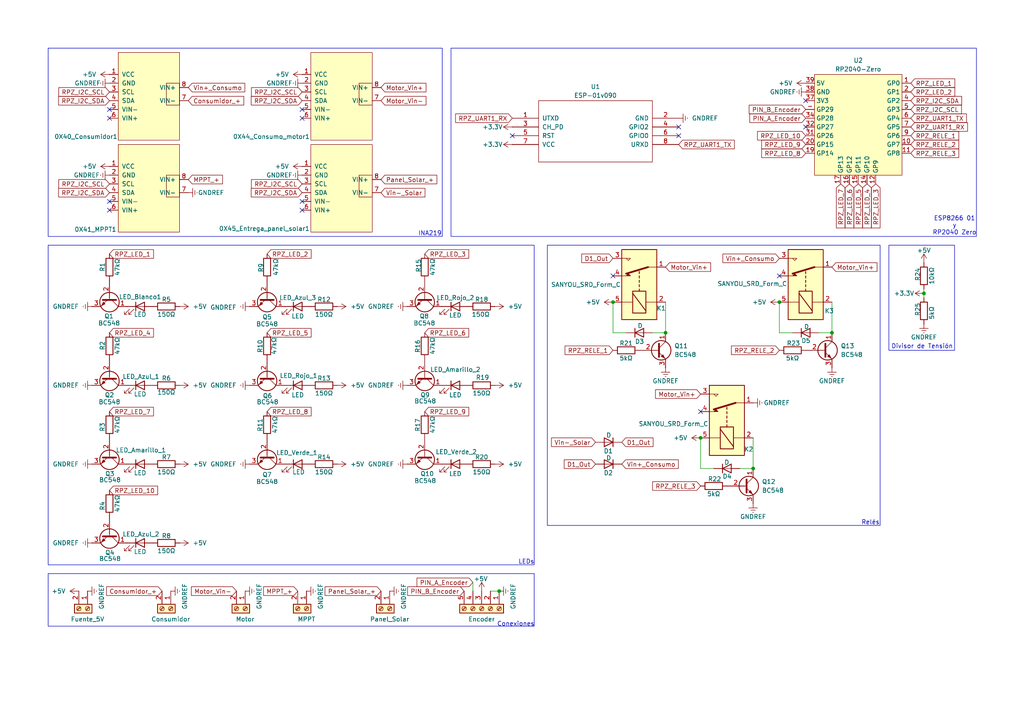
<source format=kicad_sch>
(kicad_sch (version 20231120) (generator "eeschema") (generator_version "8.0")
  (paper "A4")
  (title_block (title "Etapa de Control") (date "28/10/2024") (rev "2") (company "IMPA - Gravicap"))
  (junction (at 241.3 96.52))
  (junction (at 177.8 87.63))
  (junction (at 267.97 85.09))
  (junction (at 193.04 96.52))
  (junction (at 203.2 127))
  (junction (at 226.06 87.63))
  (junction (at 144.78 171.45))
  (junction (at 218.44 135.89))
  (no_connect (at 148.59 39.37))
  (no_connect (at 196.85 39.37))
  (no_connect (at 233.68 36.83))
  (no_connect (at 31.75 58.42))
  (no_connect (at 87.63 60.96))
  (no_connect (at 177.8 80.01))
  (no_connect (at 87.63 58.42))
  (no_connect (at 196.85 36.83))
  (no_connect (at 31.75 34.29))
  (no_connect (at 87.63 34.29))
  (no_connect (at 203.2 119.38))
  (no_connect (at 31.75 31.75))
  (no_connect (at 87.63 31.75))
  (no_connect (at 233.68 29.21))
  (no_connect (at 31.75 60.96))
  (no_connect (at 226.06 80.01))
  (wire (pts (xy 142.24 171.45) (xy 144.78 171.45)))
  (wire (pts (xy 267.97 85.09) (xy 267.97 86.36)))
  (wire (pts (xy 229.87 96.52) (xy 226.06 96.52)))
  (wire (pts (xy 193.04 87.63) (xy 193.04 96.52)))
  (wire (pts (xy 241.3 96.52) (xy 241.3 87.63)))
  (wire (pts (xy 137.16 168.91) (xy 137.16 171.45)))
  (wire (pts (xy 203.2 135.89) (xy 203.2 127)))
  (wire (pts (xy 214.63 135.89) (xy 218.44 135.89)))
  (wire (pts (xy 218.44 135.89) (xy 218.44 127)))
  (wire (pts (xy 181.61 96.52) (xy 177.8 96.52)))
  (wire (pts (xy 177.8 96.52) (xy 177.8 87.63)))
  (wire (pts (xy 226.06 96.52) (xy 226.06 87.63)))
  (wire (pts (xy 267.97 83.82) (xy 267.97 85.09)))
  (wire (pts (xy 207.01 135.89) (xy 203.2 135.89)))
  (wire (pts (xy 189.23 96.52) (xy 193.04 96.52)))
  (wire (pts (xy 237.49 96.52) (xy 241.3 96.52)))
  (rectangle (start 257.81 71.12) (end 276.86 101.6))
  (rectangle (start 158.75 71.12) (end 255.27 152.4))
  (rectangle (start 13.97 13.97) (end 128.27 68.58))
  (rectangle (start 13.97 71.12) (end 154.94 163.83))
  (rectangle (start 13.97 166.37) (end 154.94 181.61))
  (rectangle (start 130.81 13.97) (end 283.21 68.58))
  (text "Relés" (at 252.476 151.638 0) (effects (font (size 1.27 1.27))))
  (text "INA219" (at 124.714 67.818 0) (effects (font (size 1.27 1.27))))
  (text "ESP8266 01\ny\nRP2040 Zero" (at 276.86 65.532 0) (effects (font (size 1.27 1.27))))
  (text "Divisor de Tensión" (at 267.462 100.584 0) (effects (font (size 1.27 1.27))))
  (text "LEDs" (at 152.654 163.068 0) (effects (font (size 1.27 1.27))))
  (text "Conexiones" (at 149.606 181.102 0) (effects (font (size 1.27 1.27))))
  (global_label "RPZ_I2C_SCL" (shape input) (at 31.75 53.34 180) (property "Intersheetrefs" "${INTERSHEET_REFS}" (effects (hide yes))))
  (global_label "RPZ_LED_3" (shape input) (at 254 53.34 270) (property "Intersheetrefs" "${INTERSHEET_REFS}" (effects (hide yes))))
  (global_label "RPZ_LED_3" (shape input) (at 123.19 73.66 0) (property "Intersheetrefs" "${INTERSHEET_REFS}" (effects (hide yes))))
  (global_label "RPZ_RELE_1" (shape input) (at 177.8 101.6 180) (property "Intersheetrefs" "${INTERSHEET_REFS}" (effects (hide yes))))
  (global_label "RPZ_I2C_SDA" (shape input) (at 31.75 29.21 180) (property "Intersheetrefs" "${INTERSHEET_REFS}" (effects (hide yes))))
  (global_label "PIN_B_Encoder" (shape input) (at 233.68 31.75 180) (property "Intersheetrefs" "${INTERSHEET_REFS}" (effects (hide yes))))
  (global_label "RPZ_RELE_2" (shape input) (at 226.06 101.6 180) (property "Intersheetrefs" "${INTERSHEET_REFS}" (effects (hide yes))))
  (global_label "MPPT_+" (shape input) (at 86.36 171.45 180) (property "Intersheetrefs" "${INTERSHEET_REFS}" (effects (hide yes))))
  (global_label "Vin+_Consumo" (shape input) (at 180.34 134.62 0) (property "Intersheetrefs" "${INTERSHEET_REFS}" (effects (hide yes))))
  (global_label "RPZ_LED_9" (shape input) (at 123.19 119.38 0) (property "Intersheetrefs" "${INTERSHEET_REFS}" (effects (hide yes))))
  (global_label "RPZ_I2C_SCL" (shape input) (at 87.63 53.34 180) (property "Intersheetrefs" "${INTERSHEET_REFS}" (effects (hide yes))))
  (global_label "Motor_Vin+" (shape input) (at 203.2 114.3 180) (property "Intersheetrefs" "${INTERSHEET_REFS}" (effects (hide yes))))
  (global_label "Vin+_Consumo" (shape input) (at 54.61 25.4 0) (property "Intersheetrefs" "${INTERSHEET_REFS}" (effects (hide yes))))
  (global_label "Panel_Solar_+" (shape input) (at 110.49 171.45 180) (property "Intersheetrefs" "${INTERSHEET_REFS}" (effects (hide yes))))
  (global_label "RPZ_LED_6" (shape input) (at 246.38 53.34 270) (property "Intersheetrefs" "${INTERSHEET_REFS}" (effects (hide yes))))
  (global_label "RPZ_I2C_SDA" (shape input) (at 87.63 55.88 180) (property "Intersheetrefs" "${INTERSHEET_REFS}" (effects (hide yes))))
  (global_label "RPZ_LED_5" (shape input) (at 77.47 96.52 0) (property "Intersheetrefs" "${INTERSHEET_REFS}" (effects (hide yes))))
  (global_label "RPZ_LED_4" (shape input) (at 31.75 96.52 0) (property "Intersheetrefs" "${INTERSHEET_REFS}" (effects (hide yes))))
  (global_label "RPZ_RELE_3" (shape input) (at 203.2 140.97 180) (property "Intersheetrefs" "${INTERSHEET_REFS}" (effects (hide yes))))
  (global_label "Motor_Vin-" (shape input) (at 110.49 29.21 0) (property "Intersheetrefs" "${INTERSHEET_REFS}" (effects (hide yes))))
  (global_label "RPZ_LED_10" (shape input) (at 31.75 142.24 0) (property "Intersheetrefs" "${INTERSHEET_REFS}" (effects (hide yes))))
  (global_label "RPZ_I2C_SCL" (shape input) (at 264.16 31.75 0) (property "Intersheetrefs" "${INTERSHEET_REFS}" (effects (hide yes))))
  (global_label "RPZ_LED_6" (shape input) (at 123.19 96.52 0) (property "Intersheetrefs" "${INTERSHEET_REFS}" (effects (hide yes))))
  (global_label "Consumidor_+" (shape input) (at 54.61 29.21 0) (property "Intersheetrefs" "${INTERSHEET_REFS}" (effects (hide yes))))
  (global_label "Panel_Solar_+" (shape input) (at 110.49 52.07 0) (property "Intersheetrefs" "${INTERSHEET_REFS}" (effects (hide yes))))
  (global_label "PIN_B_Encoder" (shape input) (at 134.62 171.45 180) (property "Intersheetrefs" "${INTERSHEET_REFS}" (effects (hide yes))))
  (global_label "PIN_A_Encoder" (shape input) (at 233.68 34.29 180) (property "Intersheetrefs" "${INTERSHEET_REFS}" (effects (hide yes))))
  (global_label "RPZ_I2C_SCL" (shape input) (at 87.63 26.67 180) (property "Intersheetrefs" "${INTERSHEET_REFS}" (effects (hide yes))))
  (global_label "RPZ_RELE_3" (shape input) (at 264.16 44.45 0) (property "Intersheetrefs" "${INTERSHEET_REFS}" (effects (hide yes))))
  (global_label "RPZ_LED_10" (shape input) (at 233.68 39.37 180) (property "Intersheetrefs" "${INTERSHEET_REFS}" (effects (hide yes))))
  (global_label "RPZ_UART1_RX" (shape input) (at 264.16 36.83 0) (property "Intersheetrefs" "${INTERSHEET_REFS}" (effects (hide yes))))
  (global_label "RPZ_UART1_TX" (shape input) (at 264.16 34.29 0) (property "Intersheetrefs" "${INTERSHEET_REFS}" (effects (hide yes))))
  (global_label "RPZ_LED_4" (shape input) (at 251.46 53.34 270) (property "Intersheetrefs" "${INTERSHEET_REFS}" (effects (hide yes))))
  (global_label "RPZ_I2C_SDA" (shape input) (at 87.63 29.21 180) (property "Intersheetrefs" "${INTERSHEET_REFS}" (effects (hide yes))))
  (global_label "Motor_Vin-" (shape input) (at 68.58 171.45 180) (property "Intersheetrefs" "${INTERSHEET_REFS}" (effects (hide yes))))
  (global_label "RPZ_LED_5" (shape input) (at 248.92 53.34 270) (property "Intersheetrefs" "${INTERSHEET_REFS}" (effects (hide yes))))
  (global_label "RPZ_LED_7" (shape input) (at 243.84 53.34 270) (property "Intersheetrefs" "${INTERSHEET_REFS}" (effects (hide yes))))
  (global_label "Motor_Vin+" (shape input) (at 241.3 77.47 0) (property "Intersheetrefs" "${INTERSHEET_REFS}" (effects (hide yes))))
  (global_label "Motor_Vin+" (shape input) (at 193.04 77.47 0) (property "Intersheetrefs" "${INTERSHEET_REFS}" (effects (hide yes))))
  (global_label "RPZ_LED_2" (shape input) (at 77.47 73.66 0) (property "Intersheetrefs" "${INTERSHEET_REFS}" (effects (hide yes))))
  (global_label "RPZ_UART1_TX" (shape input) (at 196.85 41.91 0) (property "Intersheetrefs" "${INTERSHEET_REFS}" (effects (hide yes))))
  (global_label "RPZ_I2C_SDA" (shape input) (at 264.16 29.21 0) (property "Intersheetrefs" "${INTERSHEET_REFS}" (effects (hide yes))))
  (global_label "D1_Out" (shape input) (at 172.72 134.62 180) (property "Intersheetrefs" "${INTERSHEET_REFS}" (effects (hide yes))))
  (global_label "MPPT_+" (shape input) (at 54.61 52.07 0) (property "Intersheetrefs" "${INTERSHEET_REFS}" (effects (hide yes))))
  (global_label "RPZ_LED_8" (shape input) (at 233.68 44.45 180) (property "Intersheetrefs" "${INTERSHEET_REFS}" (effects (hide yes))))
  (global_label "Consumidor_+" (shape input) (at 46.99 171.45 180) (property "Intersheetrefs" "${INTERSHEET_REFS}" (effects (hide yes))))
  (global_label "RPZ_UART1_RX" (shape input) (at 148.59 34.29 180) (property "Intersheetrefs" "${INTERSHEET_REFS}" (effects (hide yes))))
  (global_label "RPZ_LED_8" (shape input) (at 77.47 119.38 0) (property "Intersheetrefs" "${INTERSHEET_REFS}" (effects (hide yes))))
  (global_label "PIN_A_Encoder" (shape input) (at 137.16 168.91 180) (property "Intersheetrefs" "${INTERSHEET_REFS}" (effects (hide yes))))
  (global_label "RPZ_LED_7" (shape input) (at 31.75 119.38 0) (property "Intersheetrefs" "${INTERSHEET_REFS}" (effects (hide yes))))
  (global_label "RPZ_RELE_2" (shape input) (at 264.16 41.91 0) (property "Intersheetrefs" "${INTERSHEET_REFS}" (effects (hide yes))))
  (global_label "Vin-_Solar" (shape input) (at 110.49 55.88 0) (property "Intersheetrefs" "${INTERSHEET_REFS}" (effects (hide yes))))
  (global_label "RPZ_RELE_1" (shape input) (at 264.16 39.37 0) (property "Intersheetrefs" "${INTERSHEET_REFS}" (effects (hide yes))))
  (global_label "RPZ_LED_1" (shape input) (at 31.75 73.66 0) (property "Intersheetrefs" "${INTERSHEET_REFS}" (effects (hide yes))))
  (global_label "RPZ_LED_1" (shape input) (at 264.16 24.13 0) (property "Intersheetrefs" "${INTERSHEET_REFS}" (effects (hide yes))))
  (global_label "Vin-_Solar" (shape input) (at 172.72 128.27 180) (property "Intersheetrefs" "${INTERSHEET_REFS}" (effects (hide yes))))
  (global_label "Motor_Vin+" (shape input) (at 110.49 25.4 0) (property "Intersheetrefs" "${INTERSHEET_REFS}" (effects (hide yes))))
  (global_label "D1_Out" (shape input) (at 177.8 74.93 180) (property "Intersheetrefs" "${INTERSHEET_REFS}" (effects (hide yes))))
  (global_label "D1_Out" (shape input) (at 180.34 128.27 0) (property "Intersheetrefs" "${INTERSHEET_REFS}" (effects (hide yes))))
  (global_label "Vin+_Consumo" (shape input) (at 226.06 74.93 180) (property "Intersheetrefs" "${INTERSHEET_REFS}" (effects (hide yes))))
  (global_label "RPZ_I2C_SCL" (shape input) (at 31.75 26.67 180) (property "Intersheetrefs" "${INTERSHEET_REFS}" (effects (hide yes))))
  (global_label "RPZ_LED_9" (shape input) (at 233.68 41.91 180) (property "Intersheetrefs" "${INTERSHEET_REFS}" (effects (hide yes))))
  (global_label "RPZ_I2C_SDA" (shape input) (at 31.75 55.88 180) (property "Intersheetrefs" "${INTERSHEET_REFS}" (effects (hide yes))))
  (global_label "RPZ_LED_2" (shape input) (at 264.16 26.67 0) (property "Intersheetrefs" "${INTERSHEET_REFS}" (effects (hide yes))))
  (symbol (lib_id "Device:R") (at 139.7 111.76 270) (unit 1)
    (property "Reference" "R19" (at 139.954 109.474 90))
    (property "Value" "150Ω" (at 139.7 114.046 90))
    (property "Footprint" "Resistor_THT:R_Axial_DIN0204_L3.6mm_D1.6mm_P7.62mm_Horizontal" (effects (hide yes)))
    (property "Description" "Resistor" (effects (hide yes)))
  )
  (symbol (lib_id "Device:R") (at 93.98 134.62 270) (unit 1)
    (property "Reference" "R14" (at 93.98 132.588 90))
    (property "Value" "150Ω" (at 93.98 136.906 90))
    (property "Footprint" "Resistor_THT:R_Axial_DIN0204_L3.6mm_D1.6mm_P7.62mm_Horizontal" (effects (hide yes)))
    (property "Description" "Resistor" (effects (hide yes)))
  )
  (symbol (lib_id "Device:R") (at 31.75 146.05 180) (unit 1)
    (property "Reference" "R4" (at 29.718 148.082 90) (effects (justify right)))
    (property "Value" "47kΩ" (at 34.036 148.59 90) (effects (justify right)))
    (property "Footprint" "Resistor_THT:R_Axial_DIN0204_L3.6mm_D1.6mm_P7.62mm_Horizontal" (effects (hide yes)))
    (property "Description" "Resistor" (effects (hide yes)))
  )
  (symbol (lib_id "Device:R") (at 267.97 90.17 180) (unit 1)
    (property "Reference" "R25" (at 266.192 91.694 90) (effects (justify right)))
    (property "Value" "5kΩ" (at 270.256 92.71 90) (effects (justify right)))
    (property "Footprint" "Resistor_THT:R_Axial_DIN0204_L3.6mm_D1.6mm_P7.62mm_Horizontal" (effects (hide yes)))
    (property "Description" "Resistor" (effects (hide yes)))
  )
  (symbol (lib_id "Transistor_BJT:BC548") (at 190.5 101.6 0) (unit 1)
    (property "Reference" "Q11" (at 195.58 100.3299 0) (effects (justify left)))
    (property "Value" "BC548" (at 195.58 102.8699 0) (effects (justify left)))
    (property "Footprint" "Package_TO_SOT_THT:TO-92_Inline" (effects (hide yes)))
    (property "Datasheet" "https://www.onsemi.com/pub/Collateral/BC550-D.pdf" (effects (hide yes)))
    (property "Description" "0.1A Ic, 30V Vce, Small Signal NPN Transistor, TO-92" (effects (hide yes)))
  )
  (symbol (lib_id "power:+5V") (at 203.2 127 90) (unit 1)
    (property "Reference" "#PWR043" (effects (hide yes)))
    (property "Value" "+5V" (at 199.39 126.9999 90) (effects (justify left)))
    (property "Description" "Power symbol creates a global label with name \"+5V\"" (effects (hide yes)))
  )
  (symbol (lib_id "power:+5V") (at 143.51 111.76 270) (unit 1)
    (property "Reference" "#PWR035" (effects (hide yes)))
    (property "Value" "+5V" (at 147.32 111.7599 90) (effects (justify left)))
    (property "Description" "Power symbol creates a global label with name \"+5V\"" (effects (hide yes)))
  )
  (symbol (lib_id "power:GNDREF") (at 233.68 26.67 270) (unit 1)
    (property "Reference" "#PWR048" (effects (hide yes)))
    (property "Value" "GNDREF" (at 227.076 26.67 90))
    (property "Description" "Power symbol creates a global label with name \"GNDREF\" , reference supply ground" (effects (hide yes)))
  )
  (symbol (lib_id "power:GNDREF") (at 118.11 111.76 270) (unit 1)
    (property "Reference" "#PWR031" (effects (hide yes)))
    (property "Value" "GNDREF" (at 114.3 111.7599 90) (effects (justify right)))
    (property "Description" "Power symbol creates a global label with name \"GNDREF\" , reference supply ground" (effects (hide yes)))
  )
  (symbol (lib_id "Connector:Screw_Terminal_01x05") (at 139.7 176.53 270) (unit 1)
    (property "Reference" "Encoder" (at 139.7 179.59 90))
    (property "Value" "Screw_Terminal_01x05" (effects (hide yes)))
    (property "Footprint" "TerminalBlock:TerminalBlock_bornier-5_P5.08mm" (effects (hide yes)))
    (property "Description" "Generic screw terminal, single row, 01x05, script generated (kicad-library-utils/schlib/autogen/connector/)" (effects (hide yes)))
  )
  (symbol (lib_id "power:GNDREF") (at 144.78 171.45 90) (unit 1)
    (property "Reference" "#PWR037" (effects (hide yes)))
    (property "Value" "GNDREF" (at 148.844 172.974 0))
    (property "Description" "Power symbol creates a global label with name \"GNDREF\" , reference supply ground" (effects (hide yes)))
  )
  (symbol (lib_name "module_ina219_2") (lib_id "usini_sensors:module_ina219") (at 87.63 26.67 0) (unit 1)
    (property "Reference" "0X44_Consumo_motor1" (at 67.564 39.624 0) (effects (justify left)))
    (property "Value" "module_ina219" (effects (hide yes)))
    (property "Footprint" "RP2040-Zero:module_ina219" (effects (hide yes)))
  )
  (symbol (lib_id "Device:R") (at 77.47 123.19 180) (unit 1)
    (property "Reference" "R11" (at 75.438 125.222 90) (effects (justify right)))
    (property "Value" "47kΩ" (at 79.756 125.73 90) (effects (justify right)))
    (property "Footprint" "Resistor_THT:R_Axial_DIN0204_L3.6mm_D1.6mm_P7.62mm_Horizontal" (effects (hide yes)))
    (property "Description" "Resistor" (effects (hide yes)))
  )
  (symbol (lib_id "Device:R") (at 48.26 157.48 270) (unit 1)
    (property "Reference" "R8" (at 48.26 155.448 90))
    (property "Value" "150Ω" (at 48.26 159.766 90))
    (property "Footprint" "Resistor_THT:R_Axial_DIN0204_L3.6mm_D1.6mm_P7.62mm_Horizontal" (effects (hide yes)))
    (property "Description" "Resistor" (effects (hide yes)))
  )
  (symbol (lib_id "power:GNDREF") (at 54.61 55.88 90) (unit 1)
    (property "Reference" "#PWR016" (effects (hide yes)))
    (property "Value" "GNDREF" (at 61.214 55.88 90))
    (property "Description" "Power symbol creates a global label with name \"GNDREF\" , reference supply ground" (effects (hide yes)))
  )
  (symbol (lib_id "power:+3.3V") (at 148.59 41.91 90) (unit 1)
    (property "Reference" "#PWR039" (effects (hide yes)))
    (property "Value" "+3.3V" (at 145.796 41.91 90) (effects (justify left)))
    (property "Description" "Power symbol creates a global label with name \"+3.3V\"" (effects (hide yes)))
  )
  (symbol (lib_id "power:GNDREF") (at 118.11 134.62 270) (unit 1)
    (property "Reference" "#PWR032" (effects (hide yes)))
    (property "Value" "GNDREF" (at 114.3 134.6199 90) (effects (justify right)))
    (property "Description" "Power symbol creates a global label with name \"GNDREF\" , reference supply ground" (effects (hide yes)))
  )
  (symbol (lib_id "Device:D") (at 176.53 134.62 180) (unit 1)
    (property "Reference" "D2" (at 177.8001 137.16 0) (effects (justify left)))
    (property "Value" "D" (at 177.292 132.842 0) (effects (justify left)))
    (property "Footprint" "Diode_THT:D_5W_P10.16mm_Horizontal" (effects (hide yes)))
    (property "Description" "Diode" (effects (hide yes)))
    (property "Sim.Device" "D" (effects (hide yes)))
    (property "Sim.Pins" "1=K 2=A" (effects (hide yes)))
  )
  (symbol (lib_id "ESP8266:ESP-01v090") (at 172.72 38.1 0) (unit 1)
    (property "Reference" "U1" (at 172.72 25.146 0))
    (property "Value" "ESP-01v090" (at 172.72 27.686 0))
    (property "Footprint" "RP2040-Zero:ESP-01" (effects (hide yes)))
    (property "Datasheet" "http://l0l.org.uk/2014/12/esp8266-modules-hardware-guide-gotta-catch-em-all/" (effects (hide yes)))
    (property "Description" "ESP8266 ESP-01 module, v090" (effects (hide yes)))
  )
  (symbol (lib_id "Relay:SANYOU_SRD_Form_C") (at 185.42 82.55 90) (unit 1)
    (property "Reference" "K1" (at 191.77 89.408 90))
    (property "Value" "SANYOU_SRD_Form_C" (at 169.926 82.55 90))
    (property "Footprint" "Relay_THT:Relay_SPDT_SANYOU_SRD_Series_Form_C" (effects (hide yes)))
    (property "Datasheet" "http://www.sanyourelay.ca/public/products/pdf/SRD.pdf" (effects (hide yes)))
    (property "Description" "Sanyo SRD relay, Single Pole Miniature Power Relay," (effects (hide yes)))
  )
  (symbol (lib_id "Device:LED") (at 132.08 88.9 0) (unit 1)
    (property "Reference" "LED_Rojo_2" (at 132.08 86.36 0))
    (property "Value" "LED" (at 132.08 91.44 0))
    (property "Footprint" "LED_THT:LED_D3.0mm" (effects (hide yes)))
    (property "Description" "Light emitting diode" (effects (hide yes)))
  )
  (symbol (lib_id "Device:R") (at 123.19 77.47 180) (unit 1)
    (property "Reference" "R15" (at 121.412 78.994 90) (effects (justify right)))
    (property "Value" "47kΩ" (at 125.476 80.01 90) (effects (justify right)))
    (property "Footprint" "Resistor_THT:R_Axial_DIN0204_L3.6mm_D1.6mm_P7.62mm_Horizontal" (effects (hide yes)))
    (property "Description" "Resistor" (effects (hide yes)))
  )
  (symbol (lib_id "power:GNDREF") (at 49.53 171.45 90) (unit 1)
    (property "Reference" "#PWR011" (effects (hide yes)))
    (property "Value" "GNDREF" (at 53.594 172.974 0))
    (property "Description" "Power symbol creates a global label with name \"GNDREF\" , reference supply ground" (effects (hide yes)))
  )
  (symbol (lib_id "power:+5V") (at 31.75 48.26 90) (unit 1)
    (property "Reference" "#PWR09" (effects (hide yes)))
    (property "Value" "+5V" (at 27.94 48.2599 90) (effects (justify left)))
    (property "Description" "Power symbol creates a global label with name \"+5V\"" (effects (hide yes)))
  )
  (symbol (lib_id "Connector:Screw_Terminal_01x02") (at 88.9 176.53 270) (unit 1)
    (property "Reference" "MPPT" (at 88.9 179.59 90))
    (property "Value" "Screw_Terminal_01x02" (effects (hide yes)))
    (property "Footprint" "TerminalBlock:TerminalBlock_bornier-2_P5.08mm" (effects (hide yes)))
    (property "Description" "Generic screw terminal, single row, 01x02, script generated (kicad-library-utils/schlib/autogen/connector/)" (effects (hide yes)))
  )
  (symbol (lib_id "Transistor_BJT:BC548") (at 77.47 109.22 270) (unit 1)
    (property "Reference" "Q6" (at 76.2 114.808 90) (effects (justify left)))
    (property "Value" "BC548" (at 74.422 116.586 90) (effects (justify left)))
    (property "Footprint" "Package_TO_SOT_THT:TO-92_Inline" (effects (hide yes)))
    (property "Datasheet" "https://www.onsemi.com/pub/Collateral/BC550-D.pdf" (effects (hide yes)))
    (property "Description" "0.1A Ic, 30V Vce, Small Signal NPN Transistor, TO-92" (effects (hide yes)))
  )
  (symbol (lib_id "power:GNDREF") (at 218.44 146.05 0) (unit 1)
    (property "Reference" "#PWR045" (effects (hide yes)))
    (property "Value" "GNDREF" (at 218.44 149.86 0))
    (property "Description" "Power symbol creates a global label with name \"GNDREF\" , reference supply ground" (effects (hide yes)))
  )
  (symbol (lib_id "power:+5V") (at 139.7 171.45 0) (unit 1)
    (property "Reference" "#PWR033" (effects (hide yes)))
    (property "Value" "+5V" (at 139.446 167.894 0))
    (property "Description" "Power symbol creates a global label with name \"+5V\"" (effects (hide yes)))
  )
  (symbol (lib_name "module_ina219_3") (lib_id "usini_sensors:module_ina219") (at 31.75 26.67 0) (unit 1)
    (property "Reference" "0X40_Consumidor1" (at 15.748 39.624 0) (effects (justify left)))
    (property "Value" "module_ina219" (effects (hide yes)))
    (property "Footprint" "RP2040-Zero:module_ina219" (effects (hide yes)))
  )
  (symbol (lib_id "Device:D") (at 210.82 135.89 0) (unit 1)
    (property "Reference" "D4" (at 209.55 138.176 0) (effects (justify left)))
    (property "Value" "D" (at 210.058 134.112 0) (effects (justify left)))
    (property "Footprint" "Diode_THT:D_5W_P10.16mm_Horizontal" (effects (hide yes)))
    (property "Description" "Diode" (effects (hide yes)))
    (property "Sim.Device" "D" (effects (hide yes)))
    (property "Sim.Pins" "1=K 2=A" (effects (hide yes)))
  )
  (symbol (lib_id "Device:LED") (at 132.08 134.62 0) (unit 1)
    (property "Reference" "LED_Verde_2" (at 132.334 131.064 0))
    (property "Value" "LED" (at 132.08 137.414 0))
    (property "Footprint" "LED_THT:LED_D3.0mm" (effects (hide yes)))
    (property "Description" "Light emitting diode" (effects (hide yes)))
  )
  (symbol (lib_id "power:+5V") (at 52.07 157.48 270) (unit 1)
    (property "Reference" "#PWR015" (effects (hide yes)))
    (property "Value" "+5V" (at 55.88 157.4799 90) (effects (justify left)))
    (property "Description" "Power symbol creates a global label with name \"+5V\"" (effects (hide yes)))
  )
  (symbol (lib_id "Device:R") (at 267.97 80.01 180) (unit 1)
    (property "Reference" "R24" (at 266.192 81.534 90) (effects (justify right)))
    (property "Value" "10kΩ" (at 270.256 82.55 90) (effects (justify right)))
    (property "Footprint" "Resistor_THT:R_Axial_DIN0204_L3.6mm_D1.6mm_P7.62mm_Horizontal" (effects (hide yes)))
    (property "Description" "Resistor" (effects (hide yes)))
  )
  (symbol (lib_id "power:+5V") (at 226.06 87.63 90) (unit 1)
    (property "Reference" "#PWR046" (effects (hide yes)))
    (property "Value" "+5V" (at 222.25 87.6299 90) (effects (justify left)))
    (property "Description" "Power symbol creates a global label with name \"+5V\"" (effects (hide yes)))
  )
  (symbol (lib_id "Connector:Screw_Terminal_01x02") (at 71.12 176.53 270) (unit 1)
    (property "Reference" "Motor" (at 71.12 179.59 90))
    (property "Value" "Screw_Terminal_01x02" (effects (hide yes)))
    (property "Footprint" "TerminalBlock:TerminalBlock_bornier-2_P5.08mm" (effects (hide yes)))
    (property "Description" "Generic screw terminal, single row, 01x02, script generated (kicad-library-utils/schlib/autogen/connector/)" (effects (hide yes)))
  )
  (symbol (lib_id "Device:R") (at 181.61 101.6 270) (unit 1)
    (property "Reference" "R21" (at 181.61 99.568 90))
    (property "Value" "5kΩ" (at 181.61 103.886 90))
    (property "Footprint" "Resistor_THT:R_Axial_DIN0204_L3.6mm_D1.6mm_P7.62mm_Horizontal" (effects (hide yes)))
    (property "Description" "Resistor" (effects (hide yes)))
  )
  (symbol (lib_id "Transistor_BJT:BC548") (at 123.19 132.08 270) (unit 1)
    (property "Reference" "Q10" (at 121.92 137.414 90) (effects (justify left)))
    (property "Value" "BC548" (at 120.142 139.446 90) (effects (justify left)))
    (property "Footprint" "Package_TO_SOT_THT:TO-92_Inline" (effects (hide yes)))
    (property "Datasheet" "https://www.onsemi.com/pub/Collateral/BC550-D.pdf" (effects (hide yes)))
    (property "Description" "0.1A Ic, 30V Vce, Small Signal NPN Transistor, TO-92" (effects (hide yes)))
  )
  (symbol (lib_id "Transistor_BJT:BC548") (at 123.19 86.36 270) (unit 1)
    (property "Reference" "Q8" (at 121.666 91.694 90) (effects (justify left)))
    (property "Value" "BC548" (at 119.888 93.726 90) (effects (justify left)))
    (property "Footprint" "Package_TO_SOT_THT:TO-92_Inline" (effects (hide yes)))
    (property "Datasheet" "https://www.onsemi.com/pub/Collateral/BC550-D.pdf" (effects (hide yes)))
    (property "Description" "0.1A Ic, 30V Vce, Small Signal NPN Transistor, TO-92" (effects (hide yes)))
  )
  (symbol (lib_id "power:GNDREF") (at 25.4 171.45 90) (unit 1)
    (property "Reference" "#PWR02" (effects (hide yes)))
    (property "Value" "GNDREF" (at 29.464 172.974 0))
    (property "Description" "Power symbol creates a global label with name \"GNDREF\" , reference supply ground" (effects (hide yes)))
  )
  (symbol (lib_id "Transistor_BJT:BC548") (at 31.75 132.08 270) (unit 1)
    (property "Reference" "Q3" (at 30.48 137.414 90) (effects (justify left)))
    (property "Value" "BC548" (at 28.702 139.192 90) (effects (justify left)))
    (property "Footprint" "Package_TO_SOT_THT:TO-92_Inline" (effects (hide yes)))
    (property "Datasheet" "https://www.onsemi.com/pub/Collateral/BC550-D.pdf" (effects (hide yes)))
    (property "Description" "0.1A Ic, 30V Vce, Small Signal NPN Transistor, TO-92" (effects (hide yes)))
  )
  (symbol (lib_id "power:+5V") (at 31.75 21.59 90) (unit 1)
    (property "Reference" "#PWR07" (effects (hide yes)))
    (property "Value" "+5V" (at 27.94 21.5899 90) (effects (justify left)))
    (property "Description" "Power symbol creates a global label with name \"+5V\"" (effects (hide yes)))
  )
  (symbol (lib_id "Transistor_BJT:BC548") (at 31.75 86.36 270) (unit 1)
    (property "Reference" "Q1" (at 30.226 91.694 90) (effects (justify left)))
    (property "Value" "BC548" (at 28.448 93.726 90) (effects (justify left)))
    (property "Footprint" "Package_TO_SOT_THT:TO-92_Inline" (effects (hide yes)))
    (property "Datasheet" "https://www.onsemi.com/pub/Collateral/BC550-D.pdf" (effects (hide yes)))
    (property "Description" "0.1A Ic, 30V Vce, Small Signal NPN Transistor, TO-92" (effects (hide yes)))
  )
  (symbol (lib_name "module_ina219_1") (lib_id "usini_sensors:module_ina219") (at 87.63 53.34 0) (unit 1)
    (property "Reference" "0X45_Entrega_panel_solar1" (at 63.5 66.294 0) (effects (justify left)))
    (property "Value" "module_ina219" (effects (hide yes)))
    (property "Footprint" "RP2040-Zero:module_ina219" (effects (hide yes)))
  )
  (symbol (lib_id "power:GNDREF") (at 88.9 171.45 90) (unit 1)
    (property "Reference" "#PWR025" (effects (hide yes)))
    (property "Value" "GNDREF" (at 92.964 172.974 0))
    (property "Description" "Power symbol creates a global label with name \"GNDREF\" , reference supply ground" (effects (hide yes)))
  )
  (symbol (lib_id "power:GNDREF") (at 72.39 111.76 270) (unit 1)
    (property "Reference" "#PWR019" (effects (hide yes)))
    (property "Value" "GNDREF" (at 68.58 111.7599 90) (effects (justify right)))
    (property "Description" "Power symbol creates a global label with name \"GNDREF\" , reference supply ground" (effects (hide yes)))
  )
  (symbol (lib_id "power:+5V") (at 267.97 76.2 0) (unit 1)
    (property "Reference" "#PWR050" (effects (hide yes)))
    (property "Value" "+5V" (at 267.97 72.644 0))
    (property "Description" "Power symbol creates a global label with name \"+5V\"" (effects (hide yes)))
  )
  (symbol (lib_id "power:+5V") (at 52.07 134.62 270) (unit 1)
    (property "Reference" "#PWR014" (effects (hide yes)))
    (property "Value" "+5V" (at 55.88 134.6199 90) (effects (justify left)))
    (property "Description" "Power symbol creates a global label with name \"+5V\"" (effects (hide yes)))
  )
  (symbol (lib_id "power:+5V") (at 87.63 21.59 90) (unit 1)
    (property "Reference" "#PWR021" (effects (hide yes)))
    (property "Value" "+5V" (at 83.82 21.5899 90) (effects (justify left)))
    (property "Description" "Power symbol creates a global label with name \"+5V\"" (effects (hide yes)))
  )
  (symbol (lib_id "power:GNDREF") (at 193.04 106.68 0) (unit 1)
    (property "Reference" "#PWR041" (effects (hide yes)))
    (property "Value" "GNDREF" (at 193.04 110.49 0))
    (property "Description" "Power symbol creates a global label with name \"GNDREF\" , reference supply ground" (effects (hide yes)))
  )
  (symbol (lib_id "power:GNDREF") (at 196.85 34.29 90) (unit 1)
    (property "Reference" "#PWR042" (effects (hide yes)))
    (property "Value" "GNDREF" (at 200.66 34.2899 90) (effects (justify right)))
    (property "Description" "Power symbol creates a global label with name \"GNDREF\" , reference supply ground" (effects (hide yes)))
  )
  (symbol (lib_id "Connector:Screw_Terminal_01x02") (at 113.03 176.53 270) (unit 1)
    (property "Reference" "Panel_Solar" (at 113.03 179.59 90))
    (property "Value" "Screw_Terminal_01x02" (effects (hide yes)))
    (property "Footprint" "TerminalBlock:TerminalBlock_bornier-2_P5.08mm" (effects (hide yes)))
    (property "Description" "Generic screw terminal, single row, 01x02, script generated (kicad-library-utils/schlib/autogen/connector/)" (effects (hide yes)))
  )
  (symbol (lib_id "power:GNDREF") (at 87.63 24.13 270) (unit 1)
    (property "Reference" "#PWR022" (effects (hide yes)))
    (property "Value" "GNDREF" (at 81.026 24.13 90))
    (property "Description" "Power symbol creates a global label with name \"GNDREF\" , reference supply ground" (effects (hide yes)))
  )
  (symbol (lib_id "power:GNDREF") (at 26.67 134.62 270) (unit 1)
    (property "Reference" "#PWR05" (effects (hide yes)))
    (property "Value" "GNDREF" (at 22.86 134.6199 90) (effects (justify right)))
    (property "Description" "Power symbol creates a global label with name \"GNDREF\" , reference supply ground" (effects (hide yes)))
  )
  (symbol (lib_id "Device:R") (at 123.19 123.19 180) (unit 1)
    (property "Reference" "R17" (at 121.158 125.222 90) (effects (justify right)))
    (property "Value" "47kΩ" (at 125.476 125.73 90) (effects (justify right)))
    (property "Footprint" "Resistor_THT:R_Axial_DIN0204_L3.6mm_D1.6mm_P7.62mm_Horizontal" (effects (hide yes)))
    (property "Description" "Resistor" (effects (hide yes)))
  )
  (symbol (lib_id "RP2040-Zero:RP2040-Zero") (at 248.92 29.21 0) (unit 1)
    (property "Reference" "U2" (at 248.92 17.526 0))
    (property "Value" "RP2040-Zero" (at 248.92 20.066 0))
    (property "Footprint" "GraviCap:RP2040 Zero" (effects (hide yes)))
  )
  (symbol (lib_id "power:GNDREF") (at 87.63 50.8 270) (unit 1)
    (property "Reference" "#PWR024" (effects (hide yes)))
    (property "Value" "GNDREF" (at 81.026 50.8 90))
    (property "Description" "Power symbol creates a global label with name \"GNDREF\" , reference supply ground" (effects (hide yes)))
  )
  (symbol (lib_id "Device:R") (at 93.98 88.9 270) (unit 1)
    (property "Reference" "R12" (at 93.98 86.868 90))
    (property "Value" "150Ω" (at 93.98 91.186 90))
    (property "Footprint" "Resistor_THT:R_Axial_DIN0204_L3.6mm_D1.6mm_P7.62mm_Horizontal" (effects (hide yes)))
    (property "Description" "Resistor" (effects (hide yes)))
  )
  (symbol (lib_id "power:+5V") (at 87.63 48.26 90) (unit 1)
    (property "Reference" "#PWR023" (effects (hide yes)))
    (property "Value" "+5V" (at 83.82 48.2599 90) (effects (justify left)))
    (property "Description" "Power symbol creates a global label with name \"+5V\"" (effects (hide yes)))
  )
  (symbol (lib_id "Device:R") (at 139.7 134.62 270) (unit 1)
    (property "Reference" "R20" (at 139.7 132.588 90))
    (property "Value" "150Ω" (at 139.7 136.906 90))
    (property "Footprint" "Resistor_THT:R_Axial_DIN0204_L3.6mm_D1.6mm_P7.62mm_Horizontal" (effects (hide yes)))
    (property "Description" "Resistor" (effects (hide yes)))
  )
  (symbol (lib_id "Transistor_BJT:BC548") (at 77.47 132.08 270) (unit 1)
    (property "Reference" "Q7" (at 77.47 137.668 90))
    (property "Value" "BC548" (at 77.47 139.7 90))
    (property "Footprint" "Package_TO_SOT_THT:TO-92_Inline" (effects (hide yes)))
    (property "Datasheet" "https://www.onsemi.com/pub/Collateral/BC550-D.pdf" (effects (hide yes)))
    (property "Description" "0.1A Ic, 30V Vce, Small Signal NPN Transistor, TO-92" (effects (hide yes)))
  )
  (symbol (lib_id "Device:LED") (at 40.64 157.48 0) (unit 1)
    (property "Reference" "LED_Azul_2" (at 40.894 154.94 0))
    (property "Value" "LED" (at 40.64 160.02 0))
    (property "Footprint" "LED_THT:LED_D3.0mm" (effects (hide yes)))
    (property "Description" "Light emitting diode" (effects (hide yes)))
  )
  (symbol (lib_id "power:GNDREF") (at 113.03 171.45 90) (unit 1)
    (property "Reference" "#PWR029" (effects (hide yes)))
    (property "Value" "GNDREF" (at 117.094 172.974 0))
    (property "Description" "Power symbol creates a global label with name \"GNDREF\" , reference supply ground" (effects (hide yes)))
  )
  (symbol (lib_id "Device:R") (at 123.19 100.33 180) (unit 1)
    (property "Reference" "R16" (at 121.158 102.362 90) (effects (justify right)))
    (property "Value" "47kΩ" (at 125.476 102.87 90) (effects (justify right)))
    (property "Footprint" "Resistor_THT:R_Axial_DIN0204_L3.6mm_D1.6mm_P7.62mm_Horizontal" (effects (hide yes)))
    (property "Description" "Resistor" (effects (hide yes)))
  )
  (symbol (lib_id "power:GNDREF") (at 241.3 106.68 0) (unit 1)
    (property "Reference" "#PWR049" (effects (hide yes)))
    (property "Value" "GNDREF" (at 241.3 110.49 0))
    (property "Description" "Power symbol creates a global label with name \"GNDREF\" , reference supply ground" (effects (hide yes)))
  )
  (symbol (lib_id "Device:R") (at 77.47 77.47 180) (unit 1)
    (property "Reference" "R9" (at 75.692 78.994 90) (effects (justify right)))
    (property "Value" "47kΩ" (at 80.01 80.01 90) (effects (justify right)))
    (property "Footprint" "Resistor_THT:R_Axial_DIN0204_L3.6mm_D1.6mm_P7.62mm_Horizontal" (effects (hide yes)))
    (property "Description" "Resistor" (effects (hide yes)))
  )
  (symbol (lib_id "power:+5V") (at 97.79 111.76 270) (unit 1)
    (property "Reference" "#PWR027" (effects (hide yes)))
    (property "Value" "+5V" (at 101.6 111.7599 90) (effects (justify left)))
    (property "Description" "Power symbol creates a global label with name \"+5V\"" (effects (hide yes)))
  )
  (symbol (lib_id "power:+3.3V") (at 267.97 85.09 90) (unit 1)
    (property "Reference" "#PWR051" (effects (hide yes)))
    (property "Value" "+3.3V" (at 265.176 85.09 90) (effects (justify left)))
    (property "Description" "Power symbol creates a global label with name \"+3.3V\"" (effects (hide yes)))
  )
  (symbol (lib_id "Device:R") (at 139.7 88.9 270) (unit 1)
    (property "Reference" "R18" (at 139.7 86.868 90))
    (property "Value" "150Ω" (at 139.446 91.186 90))
    (property "Footprint" "Resistor_THT:R_Axial_DIN0204_L3.6mm_D1.6mm_P7.62mm_Horizontal" (effects (hide yes)))
    (property "Description" "Resistor" (effects (hide yes)))
  )
  (symbol (lib_id "Device:R") (at 48.26 111.76 270) (unit 1)
    (property "Reference" "R6" (at 48.26 109.728 90))
    (property "Value" "150Ω" (at 48.26 113.792 90))
    (property "Footprint" "Resistor_THT:R_Axial_DIN0204_L3.6mm_D1.6mm_P7.62mm_Horizontal" (effects (hide yes)))
    (property "Description" "Resistor" (effects (hide yes)))
  )
  (symbol (lib_id "usini_sensors:module_ina219") (at 31.75 53.34 0) (unit 1)
    (property "Reference" "0X41_MPPT1" (at 21.59 66.548 0) (effects (justify left)))
    (property "Value" "module_ina219" (effects (hide yes)))
    (property "Footprint" "RP2040-Zero:module_ina219" (effects (hide yes)))
  )
  (symbol (lib_id "power:+5V") (at 22.86 171.45 90) (unit 1)
    (property "Reference" "#PWR01" (effects (hide yes)))
    (property "Value" "+5V" (at 19.05 171.4499 90) (effects (justify left)))
    (property "Description" "Power symbol creates a global label with name \"+5V\"" (effects (hide yes)))
  )
  (symbol (lib_id "Transistor_BJT:BC548") (at 77.47 86.36 270) (unit 1)
    (property "Reference" "Q5" (at 77.47 91.948 90))
    (property "Value" "BC548" (at 77.47 93.98 90))
    (property "Footprint" "Package_TO_SOT_THT:TO-92_Inline" (effects (hide yes)))
    (property "Datasheet" "https://www.onsemi.com/pub/Collateral/BC550-D.pdf" (effects (hide yes)))
    (property "Description" "0.1A Ic, 30V Vce, Small Signal NPN Transistor, TO-92" (effects (hide yes)))
  )
  (symbol (lib_id "power:+5V") (at 97.79 88.9 270) (unit 1)
    (property "Reference" "#PWR026" (effects (hide yes)))
    (property "Value" "+5V" (at 101.6 88.8999 90) (effects (justify left)))
    (property "Description" "Power symbol creates a global label with name \"+5V\"" (effects (hide yes)))
  )
  (symbol (lib_id "power:+3.3V") (at 148.59 36.83 90) (unit 1)
    (property "Reference" "#PWR038" (effects (hide yes)))
    (property "Value" "+3.3V" (at 145.796 36.83 90) (effects (justify left)))
    (property "Description" "Power symbol creates a global label with name \"+3.3V\"" (effects (hide yes)))
  )
  (symbol (lib_id "power:GNDREF") (at 72.39 134.62 270) (unit 1)
    (property "Reference" "#PWR020" (effects (hide yes)))
    (property "Value" "GNDREF" (at 68.58 134.6199 90) (effects (justify right)))
    (property "Description" "Power symbol creates a global label with name \"GNDREF\" , reference supply ground" (effects (hide yes)))
  )
  (symbol (lib_id "power:GNDREF") (at 26.67 111.76 270) (unit 1)
    (property "Reference" "#PWR04" (effects (hide yes)))
    (property "Value" "GNDREF" (at 22.86 111.7599 90) (effects (justify right)))
    (property "Description" "Power symbol creates a global label with name \"GNDREF\" , reference supply ground" (effects (hide yes)))
  )
  (symbol (lib_id "Device:LED") (at 40.64 88.9 0) (unit 1)
    (property "Reference" "LED_Blanco1" (at 40.64 86.106 0))
    (property "Value" "LED" (at 40.64 91.186 0))
    (property "Footprint" "LED_THT:LED_D3.0mm" (effects (hide yes)))
    (property "Description" "Light emitting diode" (effects (hide yes)))
  )
  (symbol (lib_id "Device:LED") (at 86.36 134.62 0) (unit 1)
    (property "Reference" "LED_Verde_1" (at 86.106 131.318 0))
    (property "Value" "LED" (at 86.614 136.906 0))
    (property "Footprint" "LED_THT:LED_D3.0mm" (effects (hide yes)))
    (property "Description" "Light emitting diode" (effects (hide yes)))
  )
  (symbol (lib_id "power:GNDREF") (at 72.39 88.9 270) (unit 1)
    (property "Reference" "#PWR018" (effects (hide yes)))
    (property "Value" "GNDREF" (at 64.77 89.154 90))
    (property "Description" "Power symbol creates a global label with name \"GNDREF\" , reference supply ground" (effects (hide yes)))
  )
  (symbol (lib_id "Device:R") (at 93.98 111.76 270) (unit 1)
    (property "Reference" "R13" (at 93.98 109.728 90))
    (property "Value" "150Ω" (at 93.98 114.046 90))
    (property "Footprint" "Resistor_THT:R_Axial_DIN0204_L3.6mm_D1.6mm_P7.62mm_Horizontal" (effects (hide yes)))
    (property "Description" "Resistor" (effects (hide yes)))
  )
  (symbol (lib_id "Transistor_BJT:BC548") (at 31.75 109.22 270) (unit 1)
    (property "Reference" "Q2" (at 31.75 114.554 90))
    (property "Value" "BC548" (at 31.75 116.586 90))
    (property "Footprint" "Package_TO_SOT_THT:TO-92_Inline" (effects (hide yes)))
    (property "Datasheet" "https://www.onsemi.com/pub/Collateral/BC550-D.pdf" (effects (hide yes)))
    (property "Description" "0.1A Ic, 30V Vce, Small Signal NPN Transistor, TO-92" (effects (hide yes)))
  )
  (symbol (lib_id "power:GNDREF") (at 31.75 24.13 270) (unit 1)
    (property "Reference" "#PWR08" (effects (hide yes)))
    (property "Value" "GNDREF" (at 25.4 24.13 90))
    (property "Description" "Power symbol creates a global label with name \"GNDREF\" , reference supply ground" (effects (hide yes)))
  )
  (symbol (lib_id "Device:LED") (at 132.08 111.76 0) (unit 1)
    (property "Reference" "LED_Amarillo_2" (at 132.08 107.188 0))
    (property "Value" "LED" (at 132.08 114.554 0))
    (property "Footprint" "LED_THT:LED_D3.0mm" (effects (hide yes)))
    (property "Description" "Light emitting diode" (effects (hide yes)))
  )
  (symbol (lib_id "power:+5V") (at 97.79 134.62 270) (unit 1)
    (property "Reference" "#PWR028" (effects (hide yes)))
    (property "Value" "+5V" (at 101.6 134.6199 90) (effects (justify left)))
    (property "Description" "Power symbol creates a global label with name \"+5V\"" (effects (hide yes)))
  )
  (symbol (lib_id "Device:LED") (at 40.64 134.62 0) (unit 1)
    (property "Reference" "LED_Amarillo_1" (at 40.894 130.556 0))
    (property "Value" "LED" (at 40.64 137.16 0))
    (property "Footprint" "LED_THT:LED_D3.0mm" (effects (hide yes)))
    (property "Description" "Light emitting diode" (effects (hide yes)))
  )
  (symbol (lib_id "Relay:SANYOU_SRD_Form_C") (at 210.82 121.92 90) (unit 1)
    (property "Reference" "K2" (at 217.17 130.302 90))
    (property "Value" "SANYOU_SRD_Form_C" (at 195.326 122.936 90))
    (property "Footprint" "Relay_THT:Relay_SPDT_SANYOU_SRD_Series_Form_C" (effects (hide yes)))
    (property "Datasheet" "http://www.sanyourelay.ca/public/products/pdf/SRD.pdf" (effects (hide yes)))
    (property "Description" "Sanyo SRD relay, Single Pole Miniature Power Relay," (effects (hide yes)))
  )
  (symbol (lib_id "power:GNDREF") (at 31.75 50.8 270) (unit 1)
    (property "Reference" "#PWR010" (effects (hide yes)))
    (property "Value" "GNDREF" (at 25.146 50.8 90))
    (property "Description" "Power symbol creates a global label with name \"GNDREF\" , reference supply ground" (effects (hide yes)))
  )
  (symbol (lib_id "power:+5V") (at 143.51 88.9 270) (unit 1)
    (property "Reference" "#PWR034" (effects (hide yes)))
    (property "Value" "+5V" (at 147.32 88.8999 90) (effects (justify left)))
    (property "Description" "Power symbol creates a global label with name \"+5V\"" (effects (hide yes)))
  )
  (symbol (lib_id "Device:D") (at 185.42 96.52 0) (unit 1)
    (property "Reference" "D3" (at 184.15 99.06 0) (effects (justify left)))
    (property "Value" "D" (at 184.912 94.488 0) (effects (justify left)))
    (property "Footprint" "Diode_THT:D_5W_P10.16mm_Horizontal" (effects (hide yes)))
    (property "Description" "Diode" (effects (hide yes)))
    (property "Sim.Device" "D" (effects (hide yes)))
    (property "Sim.Pins" "1=K 2=A" (effects (hide yes)))
  )
  (symbol (lib_id "Transistor_BJT:BC548") (at 31.75 154.94 270) (unit 1)
    (property "Reference" "Q4" (at 30.48 160.274 90) (effects (justify left)))
    (property "Value" "BC548" (at 28.702 162.052 90) (effects (justify left)))
    (property "Footprint" "Package_TO_SOT_THT:TO-92_Inline" (effects (hide yes)))
    (property "Datasheet" "https://www.onsemi.com/pub/Collateral/BC550-D.pdf" (effects (hide yes)))
    (property "Description" "0.1A Ic, 30V Vce, Small Signal NPN Transistor, TO-92" (effects (hide yes)))
  )
  (symbol (lib_id "Device:R") (at 31.75 77.47 180) (unit 1)
    (property "Reference" "R1" (at 29.718 77.47 90))
    (property "Value" "47kΩ" (at 34.036 77.47 90))
    (property "Footprint" "Resistor_THT:R_Axial_DIN0204_L3.6mm_D1.6mm_P7.62mm_Horizontal" (effects (hide yes)))
    (property "Description" "Resistor" (effects (hide yes)))
  )
  (symbol (lib_id "Device:LED") (at 86.36 88.9 0) (unit 1)
    (property "Reference" "LED_Azul_3" (at 86.36 86.36 0))
    (property "Value" "LED" (at 86.36 91.694 0))
    (property "Footprint" "LED_THT:LED_D3.0mm" (effects (hide yes)))
    (property "Description" "Light emitting diode" (effects (hide yes)))
  )
  (symbol (lib_id "power:+5V") (at 52.07 88.9 270) (unit 1)
    (property "Reference" "#PWR012" (effects (hide yes)))
    (property "Value" "+5V" (at 55.88 88.8999 90) (effects (justify left)))
    (property "Description" "Power symbol creates a global label with name \"+5V\"" (effects (hide yes)))
  )
  (symbol (lib_id "Device:R") (at 48.26 88.9 270) (unit 1)
    (property "Reference" "R5" (at 48.26 86.868 90))
    (property "Value" "150Ω" (at 48.26 91.186 90))
    (property "Footprint" "Resistor_THT:R_Axial_DIN0204_L3.6mm_D1.6mm_P7.62mm_Horizontal" (effects (hide yes)))
    (property "Description" "Resistor" (effects (hide yes)))
  )
  (symbol (lib_id "Transistor_BJT:BC548") (at 238.76 101.6 0) (unit 1)
    (property "Reference" "Q13" (at 243.84 100.3299 0) (effects (justify left)))
    (property "Value" "BC548" (at 243.84 102.8699 0) (effects (justify left)))
    (property "Footprint" "Package_TO_SOT_THT:TO-92_Inline" (effects (hide yes)))
    (property "Datasheet" "https://www.onsemi.com/pub/Collateral/BC550-D.pdf" (effects (hide yes)))
    (property "Description" "0.1A Ic, 30V Vce, Small Signal NPN Transistor, TO-92" (effects (hide yes)))
  )
  (symbol (lib_id "Device:D") (at 176.53 128.27 180) (unit 1)
    (property "Reference" "D1" (at 177.8 130.81 0) (effects (justify left)))
    (property "Value" "D" (at 177.292 126.238 0) (effects (justify left)))
    (property "Footprint" "Diode_THT:D_5W_P10.16mm_Horizontal" (effects (hide yes)))
    (property "Description" "Diode" (effects (hide yes)))
    (property "Sim.Device" "D" (effects (hide yes)))
    (property "Sim.Pins" "1=K 2=A" (effects (hide yes)))
  )
  (symbol (lib_id "Device:R") (at 31.75 100.33 180) (unit 1)
    (property "Reference" "R2" (at 29.718 101.6 90) (effects (justify right)))
    (property "Value" "47kΩ" (at 34.036 102.87 90) (effects (justify right)))
    (property "Footprint" "Resistor_THT:R_Axial_DIN0204_L3.6mm_D1.6mm_P7.62mm_Horizontal" (effects (hide yes)))
    (property "Description" "Resistor" (effects (hide yes)))
  )
  (symbol (lib_id "Connector:Screw_Terminal_01x02") (at 25.4 176.53 270) (unit 1)
    (property "Reference" "Fuente_5V" (at 25.4 179.59 90))
    (property "Value" "Screw_Terminal_01x02" (effects (hide yes)))
    (property "Footprint" "TerminalBlock:TerminalBlock_bornier-2_P5.08mm" (effects (hide yes)))
    (property "Description" "Generic screw terminal, single row, 01x02, script generated (kicad-library-utils/schlib/autogen/connector/)" (effects (hide yes)))
  )
  (symbol (lib_id "power:+5V") (at 233.68 24.13 90) (unit 1)
    (property "Reference" "#PWR047" (effects (hide yes)))
    (property "Value" "+5V" (at 229.87 24.1299 90) (effects (justify left)))
    (property "Description" "Power symbol creates a global label with name \"+5V\"" (effects (hide yes)))
  )
  (symbol (lib_id "Connector:Screw_Terminal_01x02") (at 49.53 176.53 270) (unit 1)
    (property "Reference" "Consumidor" (at 49.53 179.59 90))
    (property "Value" "Screw_Terminal_01x02" (effects (hide yes)))
    (property "Footprint" "TerminalBlock:TerminalBlock_bornier-2_P5.08mm" (effects (hide yes)))
    (property "Description" "Generic screw terminal, single row, 01x02, script generated (kicad-library-utils/schlib/autogen/connector/)" (effects (hide yes)))
  )
  (symbol (lib_id "Device:LED") (at 40.64 111.76 0) (unit 1)
    (property "Reference" "LED_Azul_1" (at 40.894 109.22 0))
    (property "Value" "LED" (at 40.64 114.3 0))
    (property "Footprint" "LED_THT:LED_D3.0mm" (effects (hide yes)))
    (property "Description" "Light emitting diode" (effects (hide yes)))
  )
  (symbol (lib_id "power:+5V") (at 177.8 87.63 90) (unit 1)
    (property "Reference" "#PWR040" (effects (hide yes)))
    (property "Value" "+5V" (at 173.99 87.6299 90) (effects (justify left)))
    (property "Description" "Power symbol creates a global label with name \"+5V\"" (effects (hide yes)))
  )
  (symbol (lib_id "power:GNDREF") (at 71.12 171.45 90) (unit 1)
    (property "Reference" "#PWR017" (effects (hide yes)))
    (property "Value" "GNDREF" (at 75.184 172.974 0))
    (property "Description" "Power symbol creates a global label with name \"GNDREF\" , reference supply ground" (effects (hide yes)))
  )
  (symbol (lib_id "power:+5V") (at 52.07 111.76 270) (unit 1)
    (property "Reference" "#PWR013" (effects (hide yes)))
    (property "Value" "+5V" (at 55.88 111.7599 90) (effects (justify left)))
    (property "Description" "Power symbol creates a global label with name \"+5V\"" (effects (hide yes)))
  )
  (symbol (lib_id "power:GNDREF") (at 118.11 88.9 270) (unit 1)
    (property "Reference" "#PWR030" (effects (hide yes)))
    (property "Value" "GNDREF" (at 114.3 88.8999 90) (effects (justify right)))
    (property "Description" "Power symbol creates a global label with name \"GNDREF\" , reference supply ground" (effects (hide yes)))
  )
  (symbol (lib_id "Device:LED") (at 86.36 111.76 0) (unit 1)
    (property "Reference" "LED_Rojo_1" (at 86.614 108.966 0))
    (property "Value" "LED" (at 86.36 114.554 0))
    (property "Footprint" "LED_THT:LED_D3.0mm" (effects (hide yes)))
    (property "Description" "Light emitting diode" (effects (hide yes)))
  )
  (symbol (lib_id "Device:R") (at 207.01 140.97 270) (unit 1)
    (property "Reference" "R22" (at 207.264 138.938 90))
    (property "Value" "5kΩ" (at 207.01 143.256 90))
    (property "Footprint" "Resistor_THT:R_Axial_DIN0204_L3.6mm_D1.6mm_P7.62mm_Horizontal" (effects (hide yes)))
    (property "Description" "Resistor" (effects (hide yes)))
  )
  (symbol (lib_id "Device:R") (at 48.26 134.62 270) (unit 1)
    (property "Reference" "R7" (at 48.26 132.588 90))
    (property "Value" "150Ω" (at 48.26 136.906 90))
    (property "Footprint" "Resistor_THT:R_Axial_DIN0204_L3.6mm_D1.6mm_P7.62mm_Horizontal" (effects (hide yes)))
    (property "Description" "Resistor" (effects (hide yes)))
  )
  (symbol (lib_id "power:+5V") (at 143.51 134.62 270) (unit 1)
    (property "Reference" "#PWR036" (effects (hide yes)))
    (property "Value" "+5V" (at 147.32 134.6199 90) (effects (justify left)))
    (property "Description" "Power symbol creates a global label with name \"+5V\"" (effects (hide yes)))
  )
  (symbol (lib_id "Device:R") (at 31.75 123.19 180) (unit 1)
    (property "Reference" "R3" (at 29.718 125.222 90) (effects (justify right)))
    (property "Value" "47kΩ" (at 34.036 125.73 90) (effects (justify right)))
    (property "Footprint" "Resistor_THT:R_Axial_DIN0204_L3.6mm_D1.6mm_P7.62mm_Horizontal" (effects (hide yes)))
    (property "Description" "Resistor" (effects (hide yes)))
  )
  (symbol (lib_id "power:GNDREF") (at 26.67 157.48 270) (unit 1)
    (property "Reference" "#PWR06" (effects (hide yes)))
    (property "Value" "GNDREF" (at 22.86 157.4799 90) (effects (justify right)))
    (property "Description" "Power symbol creates a global label with name \"GNDREF\" , reference supply ground" (effects (hide yes)))
  )
  (symbol (lib_id "Relay:SANYOU_SRD_Form_C") (at 233.68 82.55 90) (unit 1)
    (property "Reference" "K3" (at 240.538 90.17 90))
    (property "Value" "SANYOU_SRD_Form_C" (at 218.186 82.296 90))
    (property "Footprint" "Relay_THT:Relay_SPDT_SANYOU_SRD_Series_Form_C" (effects (hide yes)))
    (property "Datasheet" "http://www.sanyourelay.ca/public/products/pdf/SRD.pdf" (effects (hide yes)))
    (property "Description" "Sanyo SRD relay, Single Pole Miniature Power Relay," (effects (hide yes)))
  )
  (symbol (lib_id "power:GNDREF") (at 26.67 88.9 270) (unit 1)
    (property "Reference" "#PWR03" (effects (hide yes)))
    (property "Value" "GNDREF" (at 22.86 88.8999 90) (effects (justify right)))
    (property "Description" "Power symbol creates a global label with name \"GNDREF\" , reference supply ground" (effects (hide yes)))
  )
  (symbol (lib_id "Device:R") (at 77.47 100.33 180) (unit 1)
    (property "Reference" "R10" (at 75.438 102.362 90) (effects (justify right)))
    (property "Value" "47kΩ" (at 79.502 102.87 90) (effects (justify right)))
    (property "Footprint" "Resistor_THT:R_Axial_DIN0204_L3.6mm_D1.6mm_P7.62mm_Horizontal" (effects (hide yes)))
    (property "Description" "Resistor" (effects (hide yes)))
  )
  (symbol (lib_id "power:GNDREF") (at 267.97 93.98 0) (unit 1)
    (property "Reference" "#PWR052" (effects (hide yes)))
    (property "Value" "GNDREF" (at 267.97 97.79 0))
    (property "Description" "Power symbol creates a global label with name \"GNDREF\" , reference supply ground" (effects (hide yes)))
  )
  (symbol (lib_id "Transistor_BJT:BC548") (at 123.19 109.22 270) (unit 1)
    (property "Reference" "Q9" (at 121.92 114.554 90) (effects (justify left)))
    (property "Value" "BC548" (at 120.142 116.332 90) (effects (justify left)))
    (property "Footprint" "Package_TO_SOT_THT:TO-92_Inline" (effects (hide yes)))
    (property "Datasheet" "https://www.onsemi.com/pub/Collateral/BC550-D.pdf" (effects (hide yes)))
    (property "Description" "0.1A Ic, 30V Vce, Small Signal NPN Transistor, TO-92" (effects (hide yes)))
  )
  (symbol (lib_id "Device:R") (at 229.87 101.6 270) (unit 1)
    (property "Reference" "R23" (at 230.124 99.568 90))
    (property "Value" "5kΩ" (at 229.87 103.886 90))
    (property "Footprint" "Resistor_THT:R_Axial_DIN0204_L3.6mm_D1.6mm_P7.62mm_Horizontal" (effects (hide yes)))
    (property "Description" "Resistor" (effects (hide yes)))
  )
  (symbol (lib_id "Transistor_BJT:BC548") (at 215.9 140.97 0) (unit 1)
    (property "Reference" "Q12" (at 220.98 139.6999 0) (effects (justify left)))
    (property "Value" "BC548" (at 220.98 142.2399 0) (effects (justify left)))
    (property "Footprint" "Package_TO_SOT_THT:TO-92_Inline" (effects (hide yes)))
    (property "Datasheet" "https://www.onsemi.com/pub/Collateral/BC550-D.pdf" (effects (hide yes)))
    (property "Description" "0.1A Ic, 30V Vce, Small Signal NPN Transistor, TO-92" (effects (hide yes)))
  )
  (symbol (lib_id "Device:D") (at 233.68 96.52 0) (unit 1)
    (property "Reference" "D5" (at 232.41 98.806 0) (effects (justify left)))
    (property "Value" "D" (at 233.172 94.742 0) (effects (justify left)))
    (property "Footprint" "Diode_THT:D_5W_P10.16mm_Horizontal" (effects (hide yes)))
    (property "Description" "Diode" (effects (hide yes)))
    (property "Sim.Device" "D" (effects (hide yes)))
    (property "Sim.Pins" "1=K 2=A" (effects (hide yes)))
  )
  (symbol (lib_id "power:GNDREF") (at 218.44 116.84 90) (unit 1)
    (property "Reference" "#PWR044" (effects (hide yes)))
    (property "Value" "GNDREF" (at 221.488 116.84 90) (effects (justify right)))
    (property "Description" "Power symbol creates a global label with name \"GNDREF\" , reference supply ground" (effects (hide yes)))
  )
)
</source>
